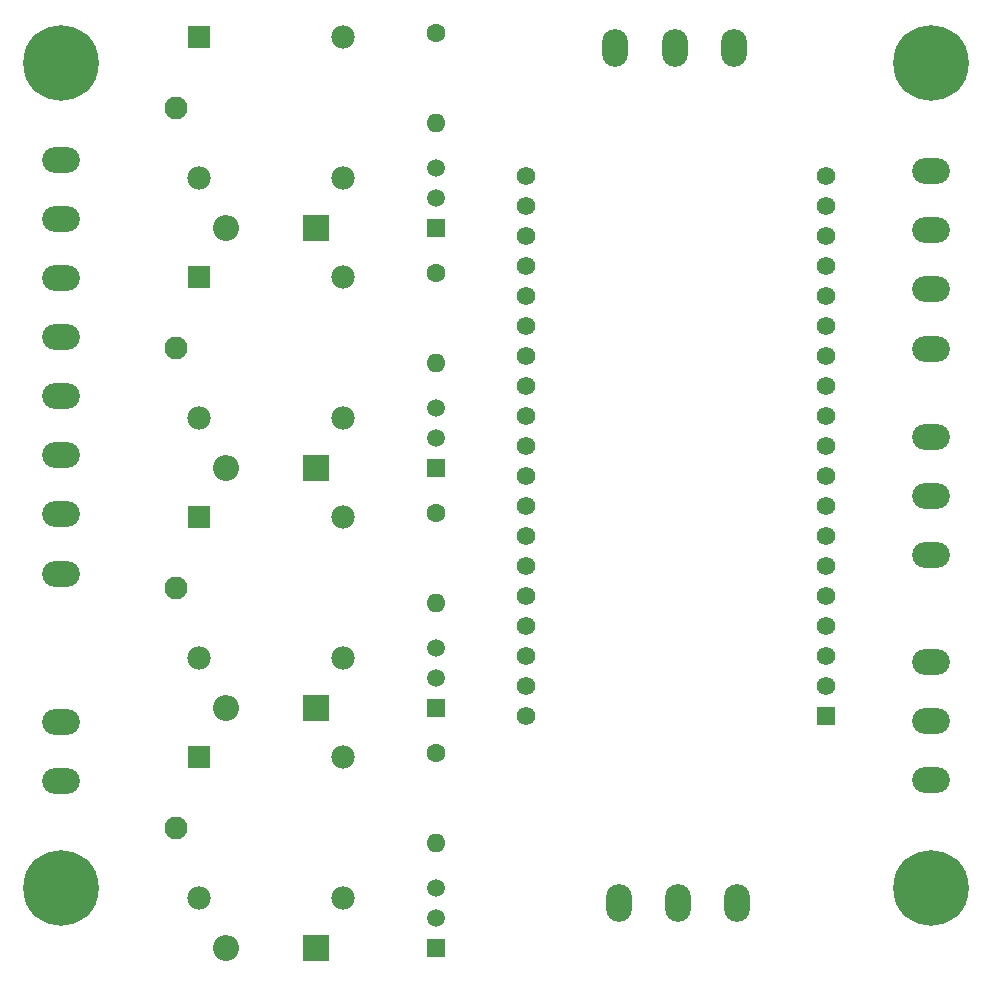
<source format=gbr>
%TF.GenerationSoftware,KiCad,Pcbnew,(5.1.7)-1*%
%TF.CreationDate,2021-01-26T10:35:59+01:00*%
%TF.ProjectId,plant-watering,706c616e-742d-4776-9174-6572696e672e,rev?*%
%TF.SameCoordinates,Original*%
%TF.FileFunction,Soldermask,Bot*%
%TF.FilePolarity,Negative*%
%FSLAX46Y46*%
G04 Gerber Fmt 4.6, Leading zero omitted, Abs format (unit mm)*
G04 Created by KiCad (PCBNEW (5.1.7)-1) date 2021-01-26 10:35:59*
%MOMM*%
%LPD*%
G01*
G04 APERTURE LIST*
%ADD10C,6.400000*%
%ADD11C,0.800000*%
%ADD12O,3.200000X2.200000*%
%ADD13O,2.200000X3.200000*%
%ADD14C,1.600000*%
%ADD15O,1.600000X1.600000*%
%ADD16R,1.500000X1.500000*%
%ADD17C,1.500000*%
%ADD18C,1.560000*%
%ADD19R,1.560000X1.560000*%
%ADD20R,1.980000X1.980000*%
%ADD21C,1.935000*%
%ADD22C,1.980000*%
%ADD23O,2.200000X2.200000*%
%ADD24R,2.200000X2.200000*%
G04 APERTURE END LIST*
D10*
%TO.C,REF\u002A\u002A*%
X91440000Y-101600000D03*
D11*
X93840000Y-101600000D03*
X93137056Y-103297056D03*
X91440000Y-104000000D03*
X89742944Y-103297056D03*
X89040000Y-101600000D03*
X89742944Y-99902944D03*
X91440000Y-99200000D03*
X93137056Y-99902944D03*
%TD*%
D10*
%TO.C,REF\u002A\u002A*%
X165100000Y-101600000D03*
D11*
X167500000Y-101600000D03*
X166797056Y-103297056D03*
X165100000Y-104000000D03*
X163402944Y-103297056D03*
X162700000Y-101600000D03*
X163402944Y-99902944D03*
X165100000Y-99200000D03*
X166797056Y-99902944D03*
%TD*%
D10*
%TO.C,REF\u002A\u002A*%
X91440000Y-31750000D03*
D11*
X93840000Y-31750000D03*
X93137056Y-33447056D03*
X91440000Y-34150000D03*
X89742944Y-33447056D03*
X89040000Y-31750000D03*
X89742944Y-30052944D03*
X91440000Y-29350000D03*
X93137056Y-30052944D03*
%TD*%
D10*
%TO.C,REF\u002A\u002A*%
X165100000Y-31750000D03*
D11*
X167500000Y-31750000D03*
X166797056Y-33447056D03*
X165100000Y-34150000D03*
X163402944Y-33447056D03*
X162700000Y-31750000D03*
X163402944Y-30052944D03*
X165100000Y-29350000D03*
X166797056Y-30052944D03*
%TD*%
D12*
%TO.C,J14*%
X165100000Y-40960000D03*
X165100000Y-45960000D03*
X165100000Y-50960000D03*
X165100000Y-55960000D03*
%TD*%
%TO.C,J4*%
X91440000Y-92550000D03*
X91440000Y-87550000D03*
%TD*%
D13*
%TO.C,J2*%
X148350000Y-30480000D03*
X143350000Y-30480000D03*
X138350000Y-30480000D03*
%TD*%
%TO.C,J1*%
X138670000Y-102870000D03*
X143670000Y-102870000D03*
X148670000Y-102870000D03*
%TD*%
D12*
%TO.C,J8*%
X165100000Y-73420000D03*
X165100000Y-68420000D03*
X165100000Y-63420000D03*
%TD*%
D14*
%TO.C,R1*%
X123190000Y-90170000D03*
D15*
X123190000Y-97790000D03*
%TD*%
D12*
%TO.C,J3*%
X165100000Y-92470000D03*
X165100000Y-87470000D03*
X165100000Y-82470000D03*
%TD*%
D15*
%TO.C,R4*%
X123190000Y-36830000D03*
D14*
X123190000Y-29210000D03*
%TD*%
D15*
%TO.C,R2*%
X123190000Y-77470000D03*
D14*
X123190000Y-69850000D03*
%TD*%
D15*
%TO.C,R3*%
X123190000Y-57150000D03*
D14*
X123190000Y-49530000D03*
%TD*%
D16*
%TO.C,Q4*%
X123190000Y-45720000D03*
D17*
X123190000Y-40640000D03*
X123190000Y-43180000D03*
%TD*%
D16*
%TO.C,Q3*%
X123190000Y-66040000D03*
D17*
X123190000Y-60960000D03*
X123190000Y-63500000D03*
%TD*%
D16*
%TO.C,Q2*%
X123190000Y-86360000D03*
D17*
X123190000Y-81280000D03*
X123190000Y-83820000D03*
%TD*%
D16*
%TO.C,Q1*%
X123190000Y-106680000D03*
D17*
X123190000Y-101600000D03*
X123190000Y-104140000D03*
%TD*%
D12*
%TO.C,J5*%
X91440000Y-40010000D03*
X91440000Y-45010000D03*
X91440000Y-50010000D03*
X91440000Y-55010000D03*
X91440000Y-60010000D03*
X91440000Y-65010000D03*
X91440000Y-70010000D03*
X91440000Y-75010000D03*
%TD*%
D18*
%TO.C,U1*%
X130810000Y-41350000D03*
X130810000Y-43890000D03*
X130810000Y-46430000D03*
X130810000Y-48970000D03*
X130810000Y-51510000D03*
X130810000Y-54050000D03*
X130810000Y-56590000D03*
X130810000Y-59130000D03*
X130810000Y-61670000D03*
X130810000Y-64210000D03*
X130810000Y-66750000D03*
X130810000Y-69290000D03*
X130810000Y-71830000D03*
X130810000Y-74370000D03*
X130810000Y-76910000D03*
X130810000Y-79450000D03*
X130810000Y-81990000D03*
X130810000Y-84530000D03*
X130810000Y-87070000D03*
X156210000Y-43890000D03*
X156210000Y-46430000D03*
X156210000Y-48970000D03*
X156210000Y-51510000D03*
X156210000Y-54050000D03*
X156210000Y-56590000D03*
X156210000Y-59130000D03*
X156210000Y-61670000D03*
X156210000Y-64210000D03*
X156210000Y-66750000D03*
X156210000Y-69290000D03*
X156210000Y-71830000D03*
X156210000Y-74370000D03*
X156210000Y-76910000D03*
X156210000Y-79450000D03*
X156210000Y-81990000D03*
X156210000Y-41350000D03*
X156210000Y-84530000D03*
D19*
X156210000Y-87070000D03*
%TD*%
D20*
%TO.C,K4*%
X103120000Y-29560000D03*
D21*
X101120000Y-35560000D03*
D22*
X103120000Y-41560000D03*
X115320000Y-41560000D03*
X115320000Y-29560000D03*
%TD*%
%TO.C,K3*%
X115320000Y-49880000D03*
X115320000Y-61880000D03*
X103120000Y-61880000D03*
D21*
X101120000Y-55880000D03*
D20*
X103120000Y-49880000D03*
%TD*%
D22*
%TO.C,K2*%
X115320000Y-70200000D03*
X115320000Y-82200000D03*
X103120000Y-82200000D03*
D21*
X101120000Y-76200000D03*
D20*
X103120000Y-70200000D03*
%TD*%
D22*
%TO.C,K1*%
X115320000Y-90520000D03*
X115320000Y-102520000D03*
X103120000Y-102520000D03*
D21*
X101120000Y-96520000D03*
D20*
X103120000Y-90520000D03*
%TD*%
D23*
%TO.C,D4*%
X105410000Y-45720000D03*
D24*
X113030000Y-45720000D03*
%TD*%
D23*
%TO.C,D3*%
X105410000Y-66040000D03*
D24*
X113030000Y-66040000D03*
%TD*%
D23*
%TO.C,D2*%
X105410000Y-86360000D03*
D24*
X113030000Y-86360000D03*
%TD*%
D23*
%TO.C,D1*%
X105410000Y-106680000D03*
D24*
X113030000Y-106680000D03*
%TD*%
M02*

</source>
